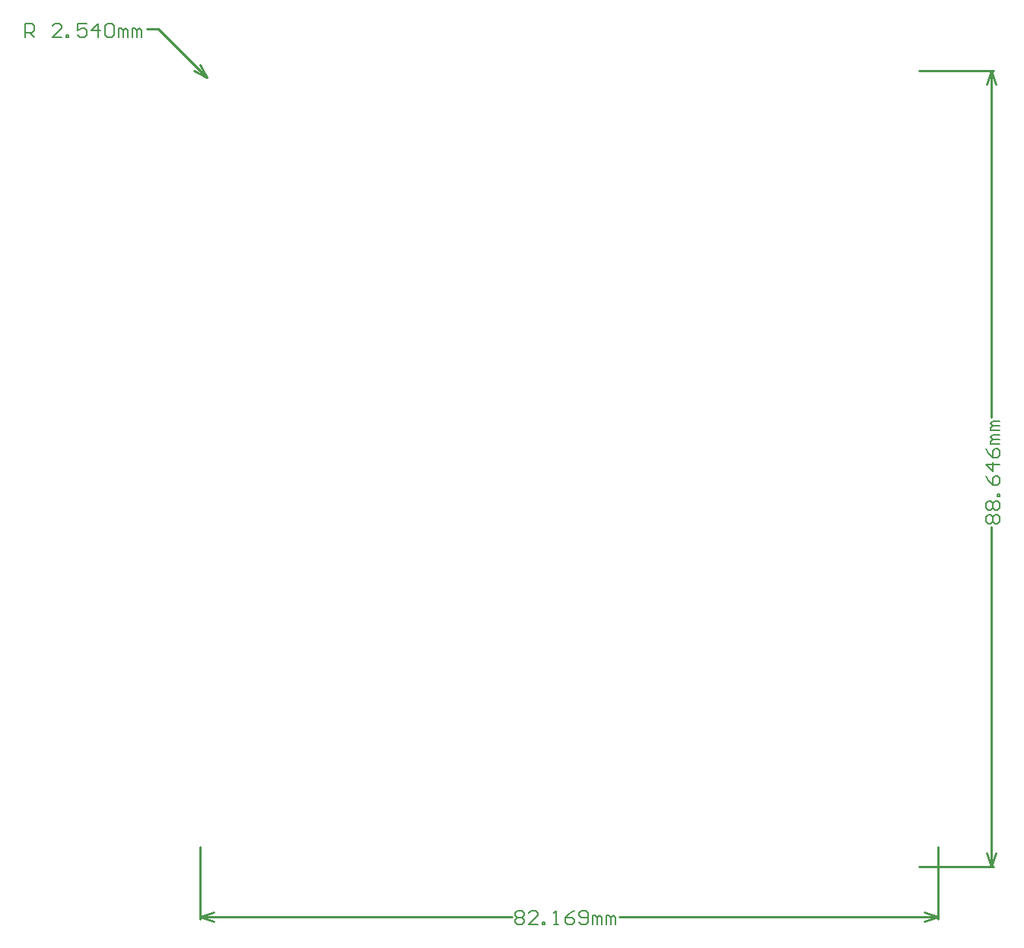
<source format=gbr>
%TF.GenerationSoftware,Altium Limited,Altium Designer,20.0.11 (256)*%
G04 Layer_Color=32768*
%FSLAX26Y26*%
%MOIN*%
%TF.FileFunction,Other,Dimensions*%
%TF.Part,Single*%
G01*
G75*
%TA.AperFunction,NonConductor*%
%ADD113C,0.010000*%
%ADD114C,0.006000*%
D113*
X-27279Y3488995D02*
X29289Y3460711D01*
X1005Y3517279D02*
X29289Y3460711D01*
X-183077Y3673077D02*
X29289Y3460711D01*
X-234901Y3673077D02*
X-183077D01*
X0Y-219415D02*
X60000Y-199415D01*
X0Y-219415D02*
X60000Y-239415D01*
X3175000D02*
X3235000Y-219415D01*
X3175000Y-199415D02*
X3235000Y-219415D01*
X0D02*
X1365571D01*
X1837429D02*
X3235000D01*
X0Y-229415D02*
Y85000D01*
X3235000Y-229415D02*
Y85000D01*
X3465783Y3490000D02*
X3485783Y3430000D01*
X3445783D02*
X3465783Y3490000D01*
X3445783Y60000D02*
X3465783Y0D01*
X3485783Y60000D01*
X3465783Y1969927D02*
Y3490000D01*
Y0D02*
Y1488073D01*
X3150000Y3490000D02*
X3475783D01*
X3150000Y0D02*
X3475783D01*
D114*
X-766736Y3637087D02*
Y3697068D01*
X-736746D01*
X-726749Y3687071D01*
Y3667077D01*
X-736746Y3657081D01*
X-766736D01*
X-746743D02*
X-726749Y3637087D01*
X-606788D02*
X-646775D01*
X-606788Y3677074D01*
Y3687071D01*
X-616785Y3697068D01*
X-636778D01*
X-646775Y3687071D01*
X-586794Y3637087D02*
Y3647084D01*
X-576798D01*
Y3637087D01*
X-586794D01*
X-496824Y3697068D02*
X-536811D01*
Y3667077D01*
X-516817Y3677074D01*
X-506820D01*
X-496824Y3667077D01*
Y3647084D01*
X-506820Y3637087D01*
X-526814D01*
X-536811Y3647084D01*
X-446840Y3637087D02*
Y3697068D01*
X-476830Y3667077D01*
X-436843D01*
X-416849Y3687071D02*
X-406853Y3697068D01*
X-386859D01*
X-376862Y3687071D01*
Y3647084D01*
X-386859Y3637087D01*
X-406853D01*
X-416849Y3647084D01*
Y3687071D01*
X-356869Y3637087D02*
Y3677074D01*
X-346872D01*
X-336875Y3667077D01*
Y3637087D01*
Y3667077D01*
X-326879Y3677074D01*
X-316882Y3667077D01*
Y3637087D01*
X-296888D02*
Y3677074D01*
X-286892D01*
X-276895Y3667077D01*
Y3637087D01*
Y3667077D01*
X-266898Y3677074D01*
X-256901Y3667077D01*
Y3637087D01*
X1381571Y-205422D02*
X1391568Y-195425D01*
X1411561D01*
X1421558Y-205422D01*
Y-215419D01*
X1411561Y-225415D01*
X1421558Y-235412D01*
Y-245409D01*
X1411561Y-255406D01*
X1391568D01*
X1381571Y-245409D01*
Y-235412D01*
X1391568Y-225415D01*
X1381571Y-215419D01*
Y-205422D01*
X1391568Y-225415D02*
X1411561D01*
X1481539Y-255406D02*
X1441552D01*
X1481539Y-215419D01*
Y-205422D01*
X1471542Y-195425D01*
X1451549D01*
X1441552Y-205422D01*
X1501532Y-255406D02*
Y-245409D01*
X1511529D01*
Y-255406D01*
X1501532D01*
X1551516D02*
X1571510D01*
X1561513D01*
Y-195425D01*
X1551516Y-205422D01*
X1641487Y-195425D02*
X1621493Y-205422D01*
X1601500Y-225415D01*
Y-245409D01*
X1611497Y-255406D01*
X1631490D01*
X1641487Y-245409D01*
Y-235412D01*
X1631490Y-225415D01*
X1601500D01*
X1661480Y-245409D02*
X1671477Y-255406D01*
X1691471D01*
X1701468Y-245409D01*
Y-205422D01*
X1691471Y-195425D01*
X1671477D01*
X1661480Y-205422D01*
Y-215419D01*
X1671477Y-225415D01*
X1701468D01*
X1721461Y-255406D02*
Y-215419D01*
X1731458D01*
X1741455Y-225415D01*
Y-255406D01*
Y-225415D01*
X1751451Y-215419D01*
X1761448Y-225415D01*
Y-255406D01*
X1781442D02*
Y-215419D01*
X1791438D01*
X1801435Y-225415D01*
Y-255406D01*
Y-225415D01*
X1811432Y-215419D01*
X1821429Y-225415D01*
Y-255406D01*
X3451789Y1504073D02*
X3441793Y1514070D01*
Y1534063D01*
X3451789Y1544060D01*
X3461786D01*
X3471783Y1534063D01*
X3481780Y1544060D01*
X3491776D01*
X3501773Y1534063D01*
Y1514070D01*
X3491776Y1504073D01*
X3481780D01*
X3471783Y1514070D01*
X3461786Y1504073D01*
X3451789D01*
X3471783Y1514070D02*
Y1534063D01*
X3451789Y1564053D02*
X3441793Y1574050D01*
Y1594044D01*
X3451789Y1604040D01*
X3461786D01*
X3471783Y1594044D01*
X3481780Y1604040D01*
X3491776D01*
X3501773Y1594044D01*
Y1574050D01*
X3491776Y1564053D01*
X3481780D01*
X3471783Y1574050D01*
X3461786Y1564053D01*
X3451789D01*
X3471783Y1574050D02*
Y1594044D01*
X3501773Y1624034D02*
X3491776D01*
Y1634031D01*
X3501773D01*
Y1624034D01*
X3441793Y1714005D02*
X3451789Y1694011D01*
X3471783Y1674018D01*
X3491776D01*
X3501773Y1684014D01*
Y1704008D01*
X3491776Y1714005D01*
X3481780D01*
X3471783Y1704008D01*
Y1674018D01*
X3501773Y1763989D02*
X3441793D01*
X3471783Y1733998D01*
Y1773985D01*
X3441793Y1833966D02*
X3451789Y1813972D01*
X3471783Y1793979D01*
X3491776D01*
X3501773Y1803976D01*
Y1823969D01*
X3491776Y1833966D01*
X3481780D01*
X3471783Y1823969D01*
Y1793979D01*
X3501773Y1853959D02*
X3461786D01*
Y1863956D01*
X3471783Y1873953D01*
X3501773D01*
X3471783D01*
X3461786Y1883950D01*
X3471783Y1893947D01*
X3501773D01*
Y1913940D02*
X3461786D01*
Y1923937D01*
X3471783Y1933934D01*
X3501773D01*
X3471783D01*
X3461786Y1943930D01*
X3471783Y1953927D01*
X3501773D01*
%TF.MD5,2a66939b9cce66785eacce145d2260fc*%
M02*

</source>
